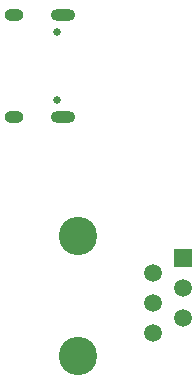
<source format=gbr>
%TF.GenerationSoftware,KiCad,Pcbnew,5.1.10-88a1d61d58~90~ubuntu20.04.1*%
%TF.CreationDate,2021-10-26T22:54:14+02:00*%
%TF.ProjectId,e-meter-usb-c,652d6d65-7465-4722-9d75-73622d632e6b,rev?*%
%TF.SameCoordinates,Original*%
%TF.FileFunction,Soldermask,Bot*%
%TF.FilePolarity,Negative*%
%FSLAX46Y46*%
G04 Gerber Fmt 4.6, Leading zero omitted, Abs format (unit mm)*
G04 Created by KiCad (PCBNEW 5.1.10-88a1d61d58~90~ubuntu20.04.1) date 2021-10-26 22:54:14*
%MOMM*%
%LPD*%
G01*
G04 APERTURE LIST*
%ADD10O,2.100000X1.000000*%
%ADD11C,0.650000*%
%ADD12O,1.600000X1.000000*%
%ADD13R,1.520000X1.520000*%
%ADD14C,3.250000*%
%ADD15C,1.520000*%
G04 APERTURE END LIST*
D10*
%TO.C,J2*%
X114890000Y-38864000D03*
X114890000Y-30224000D03*
D11*
X114360000Y-31654000D03*
D12*
X110710000Y-30224000D03*
D11*
X114360000Y-37434000D03*
D12*
X110710000Y-38864000D03*
%TD*%
D13*
%TO.C,J1*%
X124968000Y-50800000D03*
D14*
X116078000Y-48890000D03*
D15*
X122428000Y-52070000D03*
X124968000Y-53340000D03*
X122428000Y-54610000D03*
X124968000Y-55880000D03*
X122428000Y-57150000D03*
D14*
X116078000Y-59050000D03*
%TD*%
M02*

</source>
